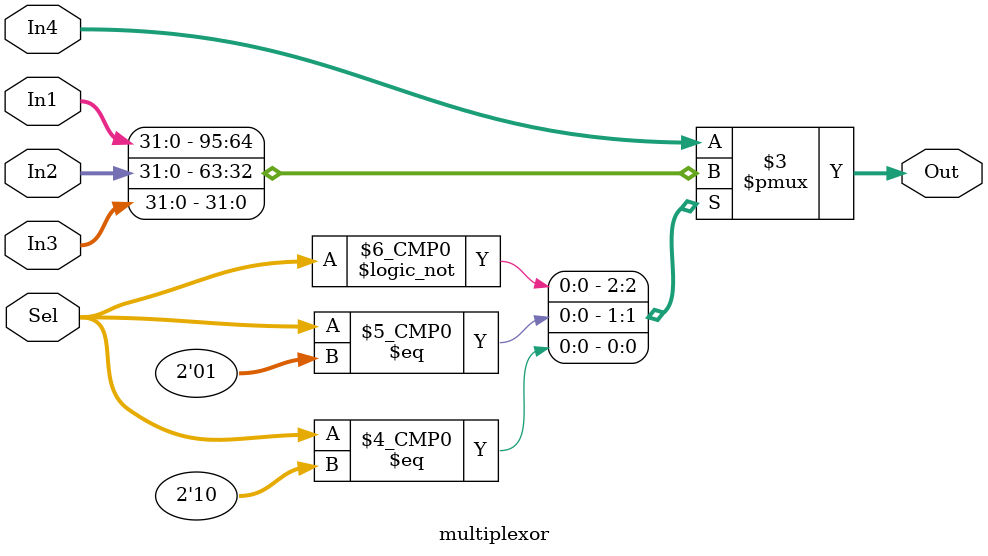
<source format=v>
module multiplexor(In1, In2, In3, In4, Sel, Out);
   input [31:0] In1, In2, In3, In4; //four 32 bit inputs
   input [1:0] Sel; //selector signal
   output reg[31:0] Out; //32-bit output
   always @(In1,In2,In3,In4,Sel)
   case(Sel) // a 4->1 multiplexor
     0: Out <= In1;
     1: Out <= In2;
     2: Out <= In3;
     default: Out <= In4;
    endcase;
endmodule

</source>
